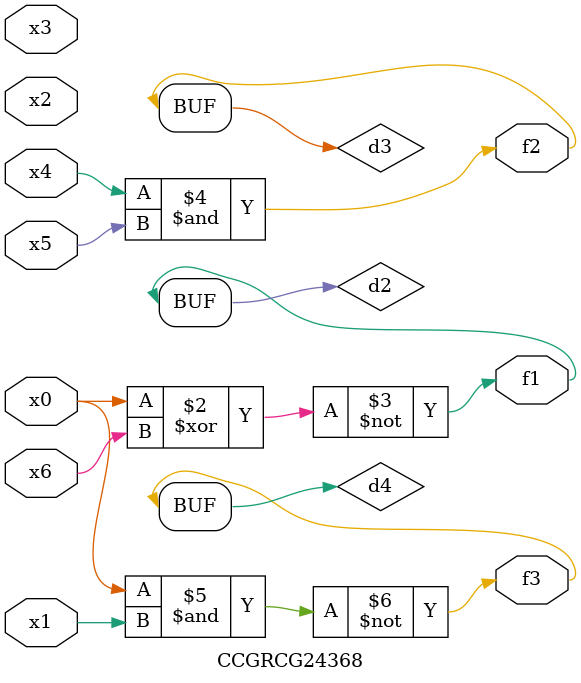
<source format=v>
module CCGRCG24368(
	input x0, x1, x2, x3, x4, x5, x6,
	output f1, f2, f3
);

	wire d1, d2, d3, d4;

	nor (d1, x0);
	xnor (d2, x0, x6);
	and (d3, x4, x5);
	nand (d4, x0, x1);
	assign f1 = d2;
	assign f2 = d3;
	assign f3 = d4;
endmodule

</source>
